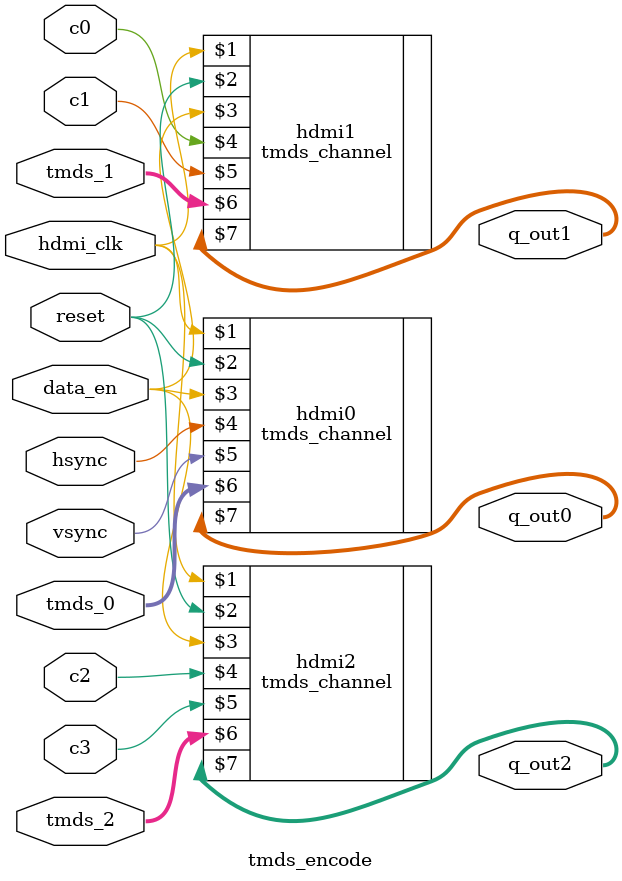
<source format=v>
`timescale 1ns / 1ps


module tmds_encode(
	input        hdmi_clk,
	input        reset,
	input        data_en,
	input        hsync,
	input        vsync,
	input        c0,
	input        c1,
	input        c2,
	input        c3,
	input [7:0]  tmds_0,
	input [7:0]  tmds_1,
	input [7:0]  tmds_2,
	output [9:0] q_out0,
	output [9:0] q_out1,
	output [9:0] q_out2
);


	tmds_channel hdmi0 (hdmi_clk, reset, data_en, hsync, vsync, tmds_0, q_out0);
	tmds_channel hdmi1 (hdmi_clk, reset, data_en, c0,    c1,    tmds_1, q_out1);
	tmds_channel hdmi2 (hdmi_clk, reset, data_en, c2,    c3,    tmds_2, q_out2);

endmodule

</source>
